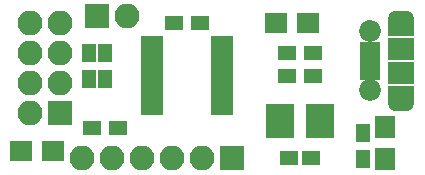
<source format=gts>
G04 #@! TF.FileFunction,Soldermask,Top*
%FSLAX46Y46*%
G04 Gerber Fmt 4.6, Leading zero omitted, Abs format (unit mm)*
G04 Created by KiCad (PCBNEW 4.0.7) date 04/14/18 18:56:33*
%MOMM*%
%LPD*%
G01*
G04 APERTURE LIST*
%ADD10C,0.100000*%
%ADD11R,1.600000X1.150000*%
%ADD12R,1.900000X1.700000*%
%ADD13R,1.700000X1.900000*%
%ADD14R,2.300000X1.900000*%
%ADD15C,1.850000*%
%ADD16R,1.750000X0.800000*%
%ADD17O,2.300000X1.600000*%
%ADD18R,2.300000X1.600000*%
%ADD19R,2.100000X2.100000*%
%ADD20O,2.100000X2.100000*%
%ADD21R,1.600000X1.300000*%
%ADD22R,1.300000X1.600000*%
%ADD23R,2.400000X1.050000*%
%ADD24R,1.850000X0.850000*%
G04 APERTURE END LIST*
D10*
D11*
X117160000Y-66040000D03*
X119060000Y-66040000D03*
D12*
X94535000Y-65405000D03*
X97235000Y-65405000D03*
X118825000Y-54610000D03*
X116125000Y-54610000D03*
D13*
X125349000Y-63420000D03*
X125349000Y-66120000D03*
D14*
X126715000Y-56785000D03*
D15*
X124015000Y-60285000D03*
D16*
X124015000Y-58435000D03*
X124015000Y-59085000D03*
X124015000Y-56485000D03*
X124015000Y-57135000D03*
X124015000Y-57785000D03*
D15*
X124015000Y-55285000D03*
D14*
X126715000Y-58785000D03*
D17*
X126715000Y-61285000D03*
X126715000Y-54285000D03*
D18*
X126715000Y-54885000D03*
X126715000Y-60685000D03*
D19*
X100965000Y-53975000D03*
D20*
X103505000Y-53975000D03*
D21*
X102700000Y-63500000D03*
X100500000Y-63500000D03*
X107485000Y-54610000D03*
X109685000Y-54610000D03*
D22*
X101600000Y-59329500D03*
X101600000Y-57129500D03*
X100266500Y-59329500D03*
X100266500Y-57129500D03*
X123444000Y-63924000D03*
X123444000Y-66124000D03*
D21*
X119210000Y-57150000D03*
X117010000Y-57150000D03*
X119210000Y-59055000D03*
X117010000Y-59055000D03*
D23*
X119820000Y-63815000D03*
X119820000Y-62865000D03*
X119820000Y-61915000D03*
X116400000Y-61915000D03*
X116400000Y-62865000D03*
X116400000Y-63815000D03*
D24*
X105635000Y-56130000D03*
X105635000Y-56780000D03*
X105635000Y-57430000D03*
X105635000Y-58080000D03*
X105635000Y-58730000D03*
X105635000Y-59380000D03*
X105635000Y-60030000D03*
X105635000Y-60680000D03*
X105635000Y-61330000D03*
X105635000Y-61980000D03*
X111535000Y-61980000D03*
X111535000Y-61330000D03*
X111535000Y-60680000D03*
X111535000Y-60030000D03*
X111535000Y-59380000D03*
X111535000Y-58730000D03*
X111535000Y-58080000D03*
X111535000Y-57430000D03*
X111535000Y-56780000D03*
X111535000Y-56130000D03*
D19*
X97790000Y-62230000D03*
D20*
X95250000Y-62230000D03*
X97790000Y-59690000D03*
X95250000Y-59690000D03*
X97790000Y-57150000D03*
X95250000Y-57150000D03*
X97790000Y-54610000D03*
X95250000Y-54610000D03*
D19*
X112395000Y-66040000D03*
D20*
X109855000Y-66040000D03*
X107315000Y-66040000D03*
X104775000Y-66040000D03*
X102235000Y-66040000D03*
X99695000Y-66040000D03*
M02*

</source>
